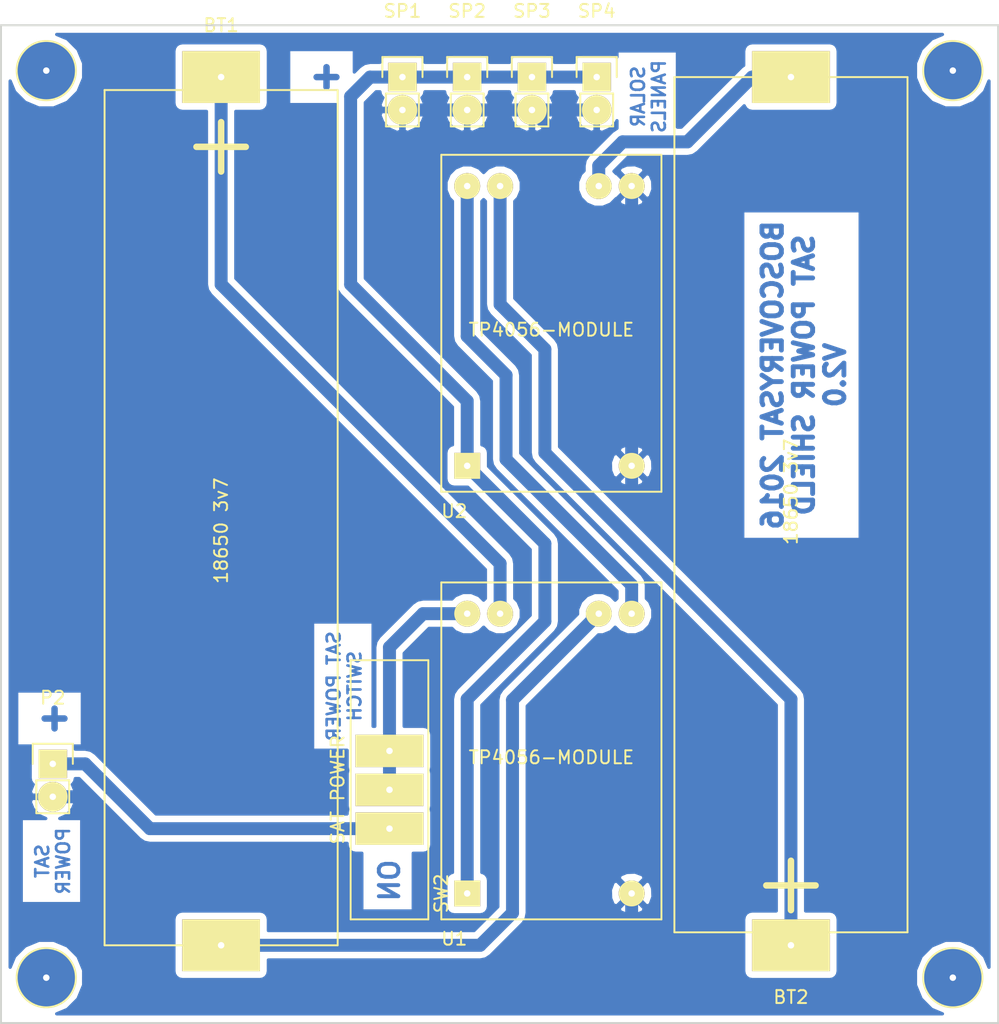
<source format=kicad_pcb>
(kicad_pcb (version 4) (host pcbnew 4.0.2+e4-6225~38~ubuntu14.04.1-stable)

  (general
    (links 20)
    (no_connects 0)
    (area 15.924999 13.675 93.075001 93.369)
    (thickness 1.6)
    (drawings 11)
    (tracks 66)
    (zones 0)
    (modules 14)
    (nets 10)
  )

  (page A4)
  (title_block
    (title "Battery Shield")
    (rev 1.0)
    (company BoscoverySAT)
  )

  (layers
    (0 F.Cu signal)
    (31 B.Cu signal)
    (32 B.Adhes user)
    (33 F.Adhes user)
    (34 B.Paste user)
    (35 F.Paste user)
    (36 B.SilkS user)
    (37 F.SilkS user)
    (38 B.Mask user)
    (39 F.Mask user)
    (40 Dwgs.User user)
    (41 Cmts.User user)
    (42 Eco1.User user)
    (43 Eco2.User user)
    (44 Edge.Cuts user)
    (45 Margin user)
    (46 B.CrtYd user)
    (47 F.CrtYd user)
    (48 B.Fab user)
    (49 F.Fab user)
  )

  (setup
    (last_trace_width 0.25)
    (trace_clearance 0.2)
    (zone_clearance 0.508)
    (zone_45_only no)
    (trace_min 0.2)
    (segment_width 0.2)
    (edge_width 0.15)
    (via_size 0.6)
    (via_drill 0.4)
    (via_min_size 0.4)
    (via_min_drill 0.3)
    (uvia_size 0.3)
    (uvia_drill 0.1)
    (uvias_allowed no)
    (uvia_min_size 0.2)
    (uvia_min_drill 0.1)
    (pcb_text_width 0.3)
    (pcb_text_size 1.5 1.5)
    (mod_edge_width 0.15)
    (mod_text_size 1 1)
    (mod_text_width 0.15)
    (pad_size 2.3 2.3)
    (pad_drill 0.5)
    (pad_to_mask_clearance 0.2)
    (aux_axis_origin 0 0)
    (visible_elements FFFFFF7F)
    (pcbplotparams
      (layerselection 0x00030_80000001)
      (usegerberextensions false)
      (excludeedgelayer true)
      (linewidth 0.100000)
      (plotframeref false)
      (viasonmask false)
      (mode 1)
      (useauxorigin false)
      (hpglpennumber 1)
      (hpglpenspeed 20)
      (hpglpendiameter 15)
      (hpglpenoverlay 2)
      (psnegative false)
      (psa4output false)
      (plotreference true)
      (plotvalue true)
      (plotinvisibletext false)
      (padsonsilk false)
      (subtractmaskfromsilk false)
      (outputformat 1)
      (mirror false)
      (drillshape 1)
      (scaleselection 1)
      (outputdirectory ""))
  )

  (net 0 "")
  (net 1 GNDREF)
  (net 2 "Net-(BT1-Pad1)")
  (net 3 "Net-(BT2-Pad1)")
  (net 4 "Net-(P2-Pad1)")
  (net 5 VCC)
  (net 6 "Net-(SW2-Pad2)")
  (net 7 "Net-(U1-Pad4)")
  (net 8 "Net-(BT1-Pad2)")
  (net 9 "Net-(BT2-Pad2)")

  (net_class Default "This is the default net class."
    (clearance 0.2)
    (trace_width 0.25)
    (via_dia 0.6)
    (via_drill 0.4)
    (uvia_dia 0.3)
    (uvia_drill 0.1)
  )

  (net_class 0.5 ""
    (clearance 0.3)
    (trace_width 0.5)
    (via_dia 0.6)
    (via_drill 0.4)
    (uvia_dia 0.3)
    (uvia_drill 0.1)
  )

  (net_class 1.5 ""
    (clearance 0.3)
    (trace_width 1.5)
    (via_dia 0.6)
    (via_drill 0.4)
    (uvia_dia 0.3)
    (uvia_drill 0.1)
  )

  (net_class Normal ""
    (clearance 0.3)
    (trace_width 1)
    (via_dia 0.6)
    (via_drill 0.4)
    (uvia_dia 0.3)
    (uvia_drill 0.1)
    (add_net GNDREF)
    (add_net "Net-(BT1-Pad1)")
    (add_net "Net-(BT1-Pad2)")
    (add_net "Net-(BT2-Pad1)")
    (add_net "Net-(BT2-Pad2)")
    (add_net "Net-(P2-Pad1)")
    (add_net "Net-(SW2-Pad2)")
    (add_net "Net-(U1-Pad4)")
    (add_net VCC)
  )

  (module BoscoverySAT:BATT-18650 (layer F.Cu) (tedit 5745F4FC) (tstamp 5745F0EE)
    (at 131 126)
    (path /574296C6)
    (fp_text reference BT1 (at 0 -71) (layer F.SilkS)
      (effects (font (size 1 1) (thickness 0.15)))
    )
    (fp_text value "18650 3v7" (at 0 -32 270) (layer F.SilkS)
      (effects (font (size 1 1) (thickness 0.15)))
    )
    (fp_line (start -2 -67) (end 2 -67) (layer F.SilkS) (width 0.15))
    (fp_text user + (at 0 -62) (layer F.SilkS)
      (effects (font (size 5 5) (thickness 0.5)))
    )
    (fp_line (start -2 -66) (end -2 -67) (layer F.SilkS) (width 0.15))
    (fp_line (start 2 -67) (end 2 -66) (layer F.SilkS) (width 0.15))
    (fp_line (start -9 0) (end -9 -66) (layer F.SilkS) (width 0.15))
    (fp_line (start -9 -66) (end 9 -66) (layer F.SilkS) (width 0.15))
    (fp_line (start 9 -66) (end 9 0) (layer F.SilkS) (width 0.15))
    (fp_line (start 9 0) (end -9 0) (layer F.SilkS) (width 0.15))
    (pad 2 thru_hole rect (at 0 0 180) (size 6 4) (drill 0.5) (layers B.Cu F.SilkS B.Mask)
      (net 8 "Net-(BT1-Pad2)"))
    (pad 1 thru_hole rect (at 0 -67 180) (size 6 4) (drill 0.5) (layers B.Cu F.SilkS B.Mask)
      (net 2 "Net-(BT1-Pad1)"))
  )

  (module BoscoverySAT:BATT-18650 (layer F.Cu) (tedit 57429844) (tstamp 5745F0FC)
    (at 175 59 180)
    (path /5745DC06)
    (fp_text reference BT2 (at 0 -71 180) (layer F.SilkS)
      (effects (font (size 1 1) (thickness 0.15)))
    )
    (fp_text value "18650 3v7" (at 0 -32 270) (layer F.SilkS)
      (effects (font (size 1 1) (thickness 0.15)))
    )
    (fp_line (start -2 -67) (end 2 -67) (layer F.SilkS) (width 0.15))
    (fp_text user + (at 0 -62 180) (layer F.SilkS)
      (effects (font (size 5 5) (thickness 0.5)))
    )
    (fp_line (start -2 -66) (end -2 -67) (layer F.SilkS) (width 0.15))
    (fp_line (start 2 -67) (end 2 -66) (layer F.SilkS) (width 0.15))
    (fp_line (start -9 0) (end -9 -66) (layer F.SilkS) (width 0.15))
    (fp_line (start -9 -66) (end 9 -66) (layer F.SilkS) (width 0.15))
    (fp_line (start 9 -66) (end 9 0) (layer F.SilkS) (width 0.15))
    (fp_line (start 9 0) (end -9 0) (layer F.SilkS) (width 0.15))
    (pad 2 thru_hole rect (at 0 0) (size 6 4) (drill 0.5) (layers B.Cu F.SilkS B.Mask)
      (net 9 "Net-(BT2-Pad2)"))
    (pad 1 thru_hole rect (at 0 -67) (size 6 4) (drill 0.5) (layers B.Cu F.SilkS B.Mask)
      (net 3 "Net-(BT2-Pad1)"))
  )

  (module Pin_Headers:Pin_Header_Straight_1x02 (layer F.Cu) (tedit 5745F316) (tstamp 5745F11E)
    (at 118 112)
    (descr "Through hole pin header")
    (tags "pin header")
    (path /5745DE37)
    (fp_text reference P2 (at 0 -5.1) (layer F.SilkS)
      (effects (font (size 1 1) (thickness 0.15)))
    )
    (fp_text value POWER (at 0 -3.1) (layer F.Fab)
      (effects (font (size 1 1) (thickness 0.15)))
    )
    (fp_line (start 1.27 1.27) (end 1.27 3.81) (layer F.SilkS) (width 0.15))
    (fp_line (start 1.55 -1.55) (end 1.55 0) (layer F.SilkS) (width 0.15))
    (fp_line (start -1.75 -1.75) (end -1.75 4.3) (layer F.CrtYd) (width 0.05))
    (fp_line (start 1.75 -1.75) (end 1.75 4.3) (layer F.CrtYd) (width 0.05))
    (fp_line (start -1.75 -1.75) (end 1.75 -1.75) (layer F.CrtYd) (width 0.05))
    (fp_line (start -1.75 4.3) (end 1.75 4.3) (layer F.CrtYd) (width 0.05))
    (fp_line (start 1.27 1.27) (end -1.27 1.27) (layer F.SilkS) (width 0.15))
    (fp_line (start -1.55 0) (end -1.55 -1.55) (layer F.SilkS) (width 0.15))
    (fp_line (start -1.55 -1.55) (end 1.55 -1.55) (layer F.SilkS) (width 0.15))
    (fp_line (start -1.27 1.27) (end -1.27 3.81) (layer F.SilkS) (width 0.15))
    (fp_line (start -1.27 3.81) (end 1.27 3.81) (layer F.SilkS) (width 0.15))
    (pad 1 thru_hole rect (at 0 0) (size 2.2 2.2) (drill 0.5) (layers *.Cu *.Mask F.SilkS)
      (net 4 "Net-(P2-Pad1)"))
    (pad 2 thru_hole oval (at 0 2.54) (size 2.3 2.3) (drill 0.5) (layers *.Cu *.Mask F.SilkS)
      (net 1 GNDREF))
    (model Pin_Headers.3dshapes/Pin_Header_Straight_1x02.wrl
      (at (xyz 0 -0.05 0))
      (scale (xyz 1 1 1))
      (rotate (xyz 0 0 90))
    )
  )

  (module Pin_Headers:Pin_Header_Straight_1x02 (layer F.Cu) (tedit 5745F32F) (tstamp 5745F12F)
    (at 145 59)
    (descr "Through hole pin header")
    (tags "pin header")
    (path /5745DA88)
    (fp_text reference SP1 (at 0 -5.1) (layer F.SilkS)
      (effects (font (size 1 1) (thickness 0.15)))
    )
    (fp_text value Solar_Panel (at 0 -3.1) (layer F.Fab)
      (effects (font (size 1 1) (thickness 0.15)))
    )
    (fp_line (start 1.27 1.27) (end 1.27 3.81) (layer F.SilkS) (width 0.15))
    (fp_line (start 1.55 -1.55) (end 1.55 0) (layer F.SilkS) (width 0.15))
    (fp_line (start -1.75 -1.75) (end -1.75 4.3) (layer F.CrtYd) (width 0.05))
    (fp_line (start 1.75 -1.75) (end 1.75 4.3) (layer F.CrtYd) (width 0.05))
    (fp_line (start -1.75 -1.75) (end 1.75 -1.75) (layer F.CrtYd) (width 0.05))
    (fp_line (start -1.75 4.3) (end 1.75 4.3) (layer F.CrtYd) (width 0.05))
    (fp_line (start 1.27 1.27) (end -1.27 1.27) (layer F.SilkS) (width 0.15))
    (fp_line (start -1.55 0) (end -1.55 -1.55) (layer F.SilkS) (width 0.15))
    (fp_line (start -1.55 -1.55) (end 1.55 -1.55) (layer F.SilkS) (width 0.15))
    (fp_line (start -1.27 1.27) (end -1.27 3.81) (layer F.SilkS) (width 0.15))
    (fp_line (start -1.27 3.81) (end 1.27 3.81) (layer F.SilkS) (width 0.15))
    (pad 1 thru_hole rect (at 0 0) (size 2.2 2.2) (drill 0.5) (layers *.Cu *.Mask F.SilkS)
      (net 5 VCC))
    (pad 2 thru_hole oval (at 0 2.54) (size 2.3 2.3) (drill 0.5) (layers *.Cu *.Mask F.SilkS)
      (net 1 GNDREF))
    (model Pin_Headers.3dshapes/Pin_Header_Straight_1x02.wrl
      (at (xyz 0 -0.05 0))
      (scale (xyz 1 1 1))
      (rotate (xyz 0 0 90))
    )
  )

  (module Pin_Headers:Pin_Header_Straight_1x02 (layer F.Cu) (tedit 5745F2F9) (tstamp 5745F140)
    (at 150 59)
    (descr "Through hole pin header")
    (tags "pin header")
    (path /5745DA46)
    (fp_text reference SP2 (at 0 -5.1) (layer F.SilkS)
      (effects (font (size 1 1) (thickness 0.15)))
    )
    (fp_text value Solar_Panel (at 0 -3.1) (layer F.Fab)
      (effects (font (size 1 1) (thickness 0.15)))
    )
    (fp_line (start 1.27 1.27) (end 1.27 3.81) (layer F.SilkS) (width 0.15))
    (fp_line (start 1.55 -1.55) (end 1.55 0) (layer F.SilkS) (width 0.15))
    (fp_line (start -1.75 -1.75) (end -1.75 4.3) (layer F.CrtYd) (width 0.05))
    (fp_line (start 1.75 -1.75) (end 1.75 4.3) (layer F.CrtYd) (width 0.05))
    (fp_line (start -1.75 -1.75) (end 1.75 -1.75) (layer F.CrtYd) (width 0.05))
    (fp_line (start -1.75 4.3) (end 1.75 4.3) (layer F.CrtYd) (width 0.05))
    (fp_line (start 1.27 1.27) (end -1.27 1.27) (layer F.SilkS) (width 0.15))
    (fp_line (start -1.55 0) (end -1.55 -1.55) (layer F.SilkS) (width 0.15))
    (fp_line (start -1.55 -1.55) (end 1.55 -1.55) (layer F.SilkS) (width 0.15))
    (fp_line (start -1.27 1.27) (end -1.27 3.81) (layer F.SilkS) (width 0.15))
    (fp_line (start -1.27 3.81) (end 1.27 3.81) (layer F.SilkS) (width 0.15))
    (pad 1 thru_hole rect (at 0 0) (size 2.2 2.2) (drill 0.5) (layers *.Cu *.Mask F.SilkS)
      (net 5 VCC))
    (pad 2 thru_hole oval (at 0 2.54) (size 2.3 2.3) (drill 0.5) (layers *.Cu *.Mask F.SilkS)
      (net 1 GNDREF))
    (model Pin_Headers.3dshapes/Pin_Header_Straight_1x02.wrl
      (at (xyz 0 -0.05 0))
      (scale (xyz 1 1 1))
      (rotate (xyz 0 0 90))
    )
  )

  (module Pin_Headers:Pin_Header_Straight_1x02 (layer F.Cu) (tedit 5745F2D4) (tstamp 5745F151)
    (at 155 59)
    (descr "Through hole pin header")
    (tags "pin header")
    (path /5745DA07)
    (fp_text reference SP3 (at 0 -5.1) (layer F.SilkS)
      (effects (font (size 1 1) (thickness 0.15)))
    )
    (fp_text value Solar_Panel (at 0 -3.1) (layer F.Fab)
      (effects (font (size 1 1) (thickness 0.15)))
    )
    (fp_line (start 1.27 1.27) (end 1.27 3.81) (layer F.SilkS) (width 0.15))
    (fp_line (start 1.55 -1.55) (end 1.55 0) (layer F.SilkS) (width 0.15))
    (fp_line (start -1.75 -1.75) (end -1.75 4.3) (layer F.CrtYd) (width 0.05))
    (fp_line (start 1.75 -1.75) (end 1.75 4.3) (layer F.CrtYd) (width 0.05))
    (fp_line (start -1.75 -1.75) (end 1.75 -1.75) (layer F.CrtYd) (width 0.05))
    (fp_line (start -1.75 4.3) (end 1.75 4.3) (layer F.CrtYd) (width 0.05))
    (fp_line (start 1.27 1.27) (end -1.27 1.27) (layer F.SilkS) (width 0.15))
    (fp_line (start -1.55 0) (end -1.55 -1.55) (layer F.SilkS) (width 0.15))
    (fp_line (start -1.55 -1.55) (end 1.55 -1.55) (layer F.SilkS) (width 0.15))
    (fp_line (start -1.27 1.27) (end -1.27 3.81) (layer F.SilkS) (width 0.15))
    (fp_line (start -1.27 3.81) (end 1.27 3.81) (layer F.SilkS) (width 0.15))
    (pad 1 thru_hole rect (at 0 0) (size 2.2 2.2) (drill 0.5) (layers *.Cu *.Mask F.SilkS)
      (net 5 VCC))
    (pad 2 thru_hole oval (at 0 2.54) (size 2.3 2.3) (drill 0.5) (layers *.Cu *.Mask F.SilkS)
      (net 1 GNDREF))
    (model Pin_Headers.3dshapes/Pin_Header_Straight_1x02.wrl
      (at (xyz 0 -0.05 0))
      (scale (xyz 1 1 1))
      (rotate (xyz 0 0 90))
    )
  )

  (module Pin_Headers:Pin_Header_Straight_1x02 (layer F.Cu) (tedit 5745F2C1) (tstamp 5745F162)
    (at 160 59)
    (descr "Through hole pin header")
    (tags "pin header")
    (path /5745D773)
    (fp_text reference SP4 (at 0 -5.1) (layer F.SilkS)
      (effects (font (size 1 1) (thickness 0.15)))
    )
    (fp_text value Solar_Panel (at 0 -3.1) (layer F.Fab)
      (effects (font (size 1 1) (thickness 0.15)))
    )
    (fp_line (start 1.27 1.27) (end 1.27 3.81) (layer F.SilkS) (width 0.15))
    (fp_line (start 1.55 -1.55) (end 1.55 0) (layer F.SilkS) (width 0.15))
    (fp_line (start -1.75 -1.75) (end -1.75 4.3) (layer F.CrtYd) (width 0.05))
    (fp_line (start 1.75 -1.75) (end 1.75 4.3) (layer F.CrtYd) (width 0.05))
    (fp_line (start -1.75 -1.75) (end 1.75 -1.75) (layer F.CrtYd) (width 0.05))
    (fp_line (start -1.75 4.3) (end 1.75 4.3) (layer F.CrtYd) (width 0.05))
    (fp_line (start 1.27 1.27) (end -1.27 1.27) (layer F.SilkS) (width 0.15))
    (fp_line (start -1.55 0) (end -1.55 -1.55) (layer F.SilkS) (width 0.15))
    (fp_line (start -1.55 -1.55) (end 1.55 -1.55) (layer F.SilkS) (width 0.15))
    (fp_line (start -1.27 1.27) (end -1.27 3.81) (layer F.SilkS) (width 0.15))
    (fp_line (start -1.27 3.81) (end 1.27 3.81) (layer F.SilkS) (width 0.15))
    (pad 1 thru_hole rect (at 0 0) (size 2.2 2.2) (drill 0.5) (layers *.Cu *.Mask F.SilkS)
      (net 5 VCC))
    (pad 2 thru_hole oval (at 0 2.54) (size 2.3 2.3) (drill 0.5) (layers *.Cu *.Mask F.SilkS)
      (net 1 GNDREF))
    (model Pin_Headers.3dshapes/Pin_Header_Straight_1x02.wrl
      (at (xyz 0 -0.05 0))
      (scale (xyz 1 1 1))
      (rotate (xyz 0 0 90))
    )
  )

  (module BoscoverySAT:SWITCH-1CIR-2CON (layer F.Cu) (tedit 57434D9F) (tstamp 5745F17A)
    (at 144 117 90)
    (path /5745D437)
    (fp_text reference SW2 (at -5 4 90) (layer F.SilkS)
      (effects (font (size 1 1) (thickness 0.15)))
    )
    (fp_text value "SAT POWER" (at 3 -4 90) (layer F.SilkS)
      (effects (font (size 1 1) (thickness 0.15)))
    )
    (fp_line (start -7 3) (end -7 -3) (layer F.SilkS) (width 0.15))
    (fp_line (start -7 -3) (end 13 -3) (layer F.SilkS) (width 0.15))
    (fp_line (start 13 -3) (end 13 3) (layer F.SilkS) (width 0.15))
    (fp_line (start 13 3) (end 3 3) (layer F.SilkS) (width 0.15))
    (fp_line (start 3 3) (end -7 3) (layer F.SilkS) (width 0.15))
    (pad 1 thru_hole rect (at 0 0 90) (size 2.5 5.25) (drill 0.5) (layers B.Cu F.SilkS B.Mask)
      (net 4 "Net-(P2-Pad1)"))
    (pad 2 thru_hole rect (at 3 0 90) (size 2.5 5.25) (drill 0.5) (layers B.Cu F.SilkS B.Mask)
      (net 6 "Net-(SW2-Pad2)"))
    (pad 3 thru_hole rect (at 6 0 90) (size 2.5 5.25) (drill 0.5) (layers B.Cu F.SilkS B.Mask)
      (net 6 "Net-(SW2-Pad2)"))
  )

  (module BoscoverySAT:TP4056-MODULE (layer F.Cu) (tedit 57429320) (tstamp 5745F188)
    (at 150 122)
    (path /57428B28)
    (fp_text reference U1 (at -1 3.5) (layer F.SilkS)
      (effects (font (size 1 1) (thickness 0.15)))
    )
    (fp_text value TP4056-MODULE (at 6.5 -10.5) (layer F.SilkS)
      (effects (font (size 1 1) (thickness 0.15)))
    )
    (fp_line (start 15 2) (end -2 2) (layer F.SilkS) (width 0.15))
    (fp_line (start -2 2) (end -2 -24) (layer F.SilkS) (width 0.15))
    (fp_line (start -2 -24) (end 15 -24) (layer F.SilkS) (width 0.15))
    (fp_line (start 15 -24) (end 15 2) (layer F.SilkS) (width 0.15))
    (pad 4 thru_hole circle (at 12.7 -21.59 180) (size 2 2) (drill 0.5) (layers B.Cu F.SilkS B.Mask)
      (net 7 "Net-(U1-Pad4)"))
    (pad 6 thru_hole circle (at 10.16 -21.59 180) (size 2 2) (drill 0.5) (layers B.Cu F.SilkS B.Mask)
      (net 8 "Net-(BT1-Pad2)"))
    (pad 5 thru_hole circle (at 2.54 -21.59 180) (size 2 2) (drill 0.5) (layers B.Cu F.SilkS B.Mask)
      (net 2 "Net-(BT1-Pad1)"))
    (pad 3 thru_hole circle (at 0 -21.59 180) (size 2 2) (drill 0.5) (layers B.Cu F.SilkS B.Mask)
      (net 6 "Net-(SW2-Pad2)"))
    (pad 2 thru_hole circle (at 12.7 0 180) (size 2 2) (drill 0.5) (layers B.Cu F.SilkS B.Mask)
      (net 1 GNDREF))
    (pad 1 thru_hole rect (at 0 0 180) (size 2 2) (drill 0.5) (layers B.Cu F.SilkS B.Mask)
      (net 5 VCC))
  )

  (module BoscoverySAT:TP4056-MODULE (layer F.Cu) (tedit 57429320) (tstamp 5745F196)
    (at 150 89)
    (path /5745D8F4)
    (fp_text reference U2 (at -1 3.5) (layer F.SilkS)
      (effects (font (size 1 1) (thickness 0.15)))
    )
    (fp_text value TP4056-MODULE (at 6.5 -10.5) (layer F.SilkS)
      (effects (font (size 1 1) (thickness 0.15)))
    )
    (fp_line (start 15 2) (end -2 2) (layer F.SilkS) (width 0.15))
    (fp_line (start -2 2) (end -2 -24) (layer F.SilkS) (width 0.15))
    (fp_line (start -2 -24) (end 15 -24) (layer F.SilkS) (width 0.15))
    (fp_line (start 15 -24) (end 15 2) (layer F.SilkS) (width 0.15))
    (pad 4 thru_hole circle (at 12.7 -21.59 180) (size 2 2) (drill 0.5) (layers B.Cu F.SilkS B.Mask)
      (net 1 GNDREF))
    (pad 6 thru_hole circle (at 10.16 -21.59 180) (size 2 2) (drill 0.5) (layers B.Cu F.SilkS B.Mask)
      (net 9 "Net-(BT2-Pad2)"))
    (pad 5 thru_hole circle (at 2.54 -21.59 180) (size 2 2) (drill 0.5) (layers B.Cu F.SilkS B.Mask)
      (net 3 "Net-(BT2-Pad1)"))
    (pad 3 thru_hole circle (at 0 -21.59 180) (size 2 2) (drill 0.5) (layers B.Cu F.SilkS B.Mask)
      (net 7 "Net-(U1-Pad4)"))
    (pad 2 thru_hole circle (at 12.7 0 180) (size 2 2) (drill 0.5) (layers B.Cu F.SilkS B.Mask)
      (net 1 GNDREF))
    (pad 1 thru_hole rect (at 0 0 180) (size 2 2) (drill 0.5) (layers B.Cu F.SilkS B.Mask)
      (net 5 VCC))
  )

  (module Connect:1pin (layer F.Cu) (tedit 5745F181) (tstamp 5745F218)
    (at 117.5 58.5)
    (descr "module 1 pin (ou trou mecanique de percage)")
    (tags DEV)
    (fp_text reference REF** (at 0 -3.048) (layer F.SilkS) hide
      (effects (font (size 1 1) (thickness 0.15)))
    )
    (fp_text value 1pin (at 0 2.794) (layer F.Fab) hide
      (effects (font (size 1 1) (thickness 0.15)))
    )
    (fp_circle (center 0 0) (end 0 -2.286) (layer F.SilkS) (width 0.15))
    (pad 1 thru_hole circle (at 0 0) (size 4.5 4.5) (drill 0.5) (layers B.Cu))
  )

  (module Connect:1pin (layer F.Cu) (tedit 5745F1AB) (tstamp 5745F21E)
    (at 117.5 128.5)
    (descr "module 1 pin (ou trou mecanique de percage)")
    (tags DEV)
    (fp_text reference REF** (at 0 -3.048) (layer F.SilkS) hide
      (effects (font (size 1 1) (thickness 0.15)))
    )
    (fp_text value 1pin (at 0 2.794) (layer F.Fab) hide
      (effects (font (size 1 1) (thickness 0.15)))
    )
    (fp_circle (center 0 0) (end 0 -2.286) (layer F.SilkS) (width 0.15))
    (pad 1 thru_hole circle (at 0 0) (size 4.5 4.5) (drill 0.5) (layers B.Cu))
  )

  (module Connect:1pin (layer F.Cu) (tedit 5745F1EE) (tstamp 5745F224)
    (at 187.5 58.5)
    (descr "module 1 pin (ou trou mecanique de percage)")
    (tags DEV)
    (fp_text reference REF** (at 0 -3.048) (layer F.SilkS) hide
      (effects (font (size 1 1) (thickness 0.15)))
    )
    (fp_text value 1pin (at 0 2.794) (layer F.Fab) hide
      (effects (font (size 1 1) (thickness 0.15)))
    )
    (fp_circle (center 0 0) (end 0 -2.286) (layer F.SilkS) (width 0.15))
    (pad 1 thru_hole circle (at 0 0) (size 4.5 4.5) (drill 0.5) (layers B.Cu))
  )

  (module Connect:1pin (layer F.Cu) (tedit 5745F1CE) (tstamp 5745F22A)
    (at 187.5 128.5)
    (descr "module 1 pin (ou trou mecanique de percage)")
    (tags DEV)
    (fp_text reference REF** (at 0 -3.048) (layer F.SilkS) hide
      (effects (font (size 1 1) (thickness 0.15)))
    )
    (fp_text value 1pin (at 0 2.794) (layer F.Fab) hide
      (effects (font (size 1 1) (thickness 0.15)))
    )
    (fp_circle (center 0 0) (end 0 -2.286) (layer F.SilkS) (width 0.15))
    (pad 1 thru_hole circle (at 0 0) (size 4.5 4.5) (drill 0.5) (layers B.Cu))
  )

  (gr_text ON (at 144 121 90) (layer B.Cu)
    (effects (font (size 1.5 1.5) (thickness 0.3)) (justify mirror))
  )
  (gr_text "SAT POWER\nSWITCH" (at 140.5 106 90) (layer B.Cu)
    (effects (font (size 1 1) (thickness 0.2)) (justify mirror))
  )
  (gr_text + (at 118 108.5 90) (layer B.Cu)
    (effects (font (size 2 2) (thickness 0.5)) (justify mirror))
  )
  (gr_text "SAT\nPOWER" (at 118 119.5 90) (layer B.Cu)
    (effects (font (size 1 1) (thickness 0.2)) (justify mirror))
  )
  (gr_text + (at 139 59 90) (layer B.Cu)
    (effects (font (size 2 2) (thickness 0.5)) (justify mirror))
  )
  (gr_text "SOLAR\nPANELS" (at 164 60.5 90) (layer B.Cu)
    (effects (font (size 1 1) (thickness 0.2)) (justify mirror))
  )
  (gr_text "BOSCOVERYSAT 2016\nSAT POWER SHIELD\nV2.0" (at 176 82 90) (layer B.Cu)
    (effects (font (size 1.5 1.5) (thickness 0.375)) (justify mirror))
  )
  (gr_line (start 114 132) (end 114 55) (angle 90) (layer Edge.Cuts) (width 0.15))
  (gr_line (start 191 132) (end 114 132) (angle 90) (layer Edge.Cuts) (width 0.15))
  (gr_line (start 191 55) (end 191 132) (angle 90) (layer Edge.Cuts) (width 0.15))
  (gr_line (start 114 55) (end 191 55) (angle 90) (layer Edge.Cuts) (width 0.15))

  (segment (start 162.7 89) (end 162.7 91.2) (width 1) (layer B.Cu) (net 1))
  (segment (start 166.4 130) (end 162.7 126.3) (width 1) (layer B.Cu) (net 1) (tstamp 57461453))
  (segment (start 179 130) (end 166.4 130) (width 1) (layer B.Cu) (net 1) (tstamp 57461450))
  (segment (start 180.5 128.5) (end 179 130) (width 1) (layer B.Cu) (net 1) (tstamp 57461442))
  (segment (start 180.5 109) (end 180.5 128.5) (width 1) (layer B.Cu) (net 1) (tstamp 5746143D))
  (segment (start 162.7 91.2) (end 180.5 109) (width 1) (layer B.Cu) (net 1) (tstamp 57461431))
  (segment (start 162.7 89) (end 162.7 71.7) (width 1) (layer B.Cu) (net 1))
  (segment (start 162.7 71.7) (end 161.5 70.5) (width 1) (layer B.Cu) (net 1) (tstamp 5746141C))
  (segment (start 159 130) (end 162.7 126.3) (width 1) (layer B.Cu) (net 1) (tstamp 574613F0))
  (segment (start 162.7 126.3) (end 162.7 122) (width 1) (layer B.Cu) (net 1) (tstamp 574613F4))
  (segment (start 162.7 67.41) (end 162.7 69.3) (width 1) (layer B.Cu) (net 1))
  (segment (start 161.5 70.5) (end 158 70.5) (width 1) (layer B.Cu) (net 1) (tstamp 5746111F))
  (segment (start 162.7 69.3) (end 161.5 70.5) (width 1) (layer B.Cu) (net 1) (tstamp 5746111D))
  (segment (start 118 114.54) (end 120.54 114.54) (width 1) (layer B.Cu) (net 1))
  (segment (start 120.54 114.54) (end 124 118) (width 1) (layer B.Cu) (net 1) (tstamp 574613C5))
  (segment (start 124 118) (end 124 128.5) (width 1) (layer B.Cu) (net 1) (tstamp 574613DF))
  (segment (start 124 128.5) (end 125.5 130) (width 1) (layer B.Cu) (net 1) (tstamp 574613E2))
  (segment (start 125.5 130) (end 159 130) (width 1) (layer B.Cu) (net 1) (tstamp 574613E9))
  (segment (start 157 63.54) (end 155 61.54) (width 1) (layer B.Cu) (net 1) (tstamp 5746112A))
  (segment (start 157 69.5) (end 157 63.54) (width 1) (layer B.Cu) (net 1) (tstamp 57461127))
  (segment (start 158 70.5) (end 157 69.5) (width 1) (layer B.Cu) (net 1) (tstamp 57461121))
  (segment (start 145 61.54) (end 150 61.54) (width 1) (layer B.Cu) (net 1))
  (segment (start 150 61.54) (end 155 61.54) (width 1) (layer B.Cu) (net 1) (tstamp 57460957))
  (segment (start 155 61.54) (end 160 61.54) (width 1) (layer B.Cu) (net 1) (tstamp 5746095B))
  (segment (start 131 59) (end 131 75) (width 1) (layer B.Cu) (net 2))
  (segment (start 152.54 96.54) (end 152.54 100.41) (width 1) (layer B.Cu) (net 2) (tstamp 57461D59))
  (segment (start 131 75) (end 152.54 96.54) (width 1) (layer B.Cu) (net 2) (tstamp 57461D52))
  (segment (start 152.54 67.41) (end 152.54 76.54) (width 1) (layer B.Cu) (net 3))
  (segment (start 175 107) (end 175 125) (width 1) (layer B.Cu) (net 3) (tstamp 57461357))
  (segment (start 156 88) (end 175 107) (width 1) (layer B.Cu) (net 3) (tstamp 5746133F))
  (segment (start 156 80) (end 156 88) (width 1) (layer B.Cu) (net 3) (tstamp 57461336))
  (segment (start 152.54 76.54) (end 156 80) (width 1) (layer B.Cu) (net 3) (tstamp 57461334))
  (segment (start 118 112) (end 120.5 112) (width 1) (layer B.Cu) (net 4))
  (segment (start 120.5 112) (end 125.5 117) (width 1) (layer B.Cu) (net 4) (tstamp 574613FF))
  (segment (start 125.5 117) (end 144 117) (width 1) (layer B.Cu) (net 4) (tstamp 57461405))
  (segment (start 150 89) (end 150 84) (width 1) (layer B.Cu) (net 5))
  (segment (start 142.5 59) (end 145 59) (width 1) (layer B.Cu) (net 5) (tstamp 574612BE))
  (segment (start 141 60.5) (end 142.5 59) (width 1) (layer B.Cu) (net 5) (tstamp 574612BD))
  (segment (start 141 75) (end 141 60.5) (width 1) (layer B.Cu) (net 5) (tstamp 574612BA))
  (segment (start 150 84) (end 141 75) (width 1) (layer B.Cu) (net 5) (tstamp 574612B5))
  (segment (start 150 122) (end 150 107) (width 1) (layer B.Cu) (net 5))
  (segment (start 150 89) (end 150 89) (width 1) (layer B.Cu) (net 5) (tstamp 574610A4))
  (segment (start 156 95) (end 150 89) (width 1) (layer B.Cu) (net 5) (tstamp 5746109A))
  (segment (start 156 101) (end 156 95) (width 1) (layer B.Cu) (net 5) (tstamp 57461097))
  (segment (start 150 107) (end 156 101) (width 1) (layer B.Cu) (net 5) (tstamp 5746108A))
  (segment (start 160 59) (end 155 59) (width 1) (layer B.Cu) (net 5))
  (segment (start 155 59) (end 150 59) (width 1) (layer B.Cu) (net 5) (tstamp 57460966))
  (segment (start 150 59) (end 145 59) (width 1) (layer B.Cu) (net 5) (tstamp 5746096F))
  (segment (start 144 114) (end 144 111) (width 1) (layer B.Cu) (net 6))
  (segment (start 144 111) (end 144 103) (width 1) (layer B.Cu) (net 6) (tstamp 57460E55))
  (segment (start 144 103) (end 146.59 100.41) (width 1) (layer B.Cu) (net 6) (tstamp 57460E56))
  (segment (start 146.59 100.41) (end 150 100.41) (width 1) (layer B.Cu) (net 6) (tstamp 57460E59))
  (segment (start 162.7 100.41) (end 162.7 98.2) (width 1) (layer B.Cu) (net 7))
  (segment (start 150 79) (end 150 67.41) (width 1) (layer B.Cu) (net 7) (tstamp 5746131F))
  (segment (start 153 82) (end 150 79) (width 1) (layer B.Cu) (net 7) (tstamp 5746131D))
  (segment (start 153 88.5) (end 153 82) (width 1) (layer B.Cu) (net 7) (tstamp 57461316))
  (segment (start 162.7 98.2) (end 153 88.5) (width 1) (layer B.Cu) (net 7) (tstamp 5746130C))
  (segment (start 130.5 126) (end 151 126) (width 1) (layer B.Cu) (net 8))
  (segment (start 153.5 107.07) (end 160.16 100.41) (width 1) (layer B.Cu) (net 8) (tstamp 57461588))
  (segment (start 153.5 123.5) (end 153.5 107.07) (width 1) (layer B.Cu) (net 8) (tstamp 57461583))
  (segment (start 151 126) (end 153.5 123.5) (width 1) (layer B.Cu) (net 8) (tstamp 57461575))
  (segment (start 175 59) (end 172 59) (width 1) (layer B.Cu) (net 9))
  (segment (start 172 59) (end 167 64) (width 1) (layer B.Cu) (net 9) (tstamp 57461CE0))
  (segment (start 167 64) (end 162 64) (width 1) (layer B.Cu) (net 9) (tstamp 57461CE6))
  (segment (start 162 64) (end 160.16 65.84) (width 1) (layer B.Cu) (net 9) (tstamp 57461CE9))
  (segment (start 160.16 65.84) (end 160.16 67.41) (width 1) (layer B.Cu) (net 9) (tstamp 57461CEA))

  (zone (net 1) (net_name GNDREF) (layer B.Cu) (tstamp 57461E24) (hatch none 0.508)
    (connect_pads (clearance 0.508))
    (min_thickness 0.254)
    (fill yes (arc_segments 16) (thermal_gap 0.508) (thermal_bridge_width 0.508))
    (polygon
      (pts
        (xy 114 132) (xy 114 55) (xy 191 55) (xy 191 132)
      )
    )
    (filled_polygon
      (pts
        (xy 185.867914 56.05279) (xy 185.055643 56.863645) (xy 184.615502 57.92362) (xy 184.614501 59.071344) (xy 185.05279 60.132086)
        (xy 185.863645 60.944357) (xy 186.92362 61.384498) (xy 188.071344 61.385499) (xy 189.132086 60.94721) (xy 189.944357 60.136355)
        (xy 190.29 59.303956) (xy 190.29 127.69753) (xy 189.94721 126.867914) (xy 189.136355 126.055643) (xy 188.07638 125.615502)
        (xy 186.928656 125.614501) (xy 185.867914 126.05279) (xy 185.055643 126.863645) (xy 184.615502 127.92362) (xy 184.614501 129.071344)
        (xy 185.05279 130.132086) (xy 185.863645 130.944357) (xy 186.696044 131.29) (xy 118.30247 131.29) (xy 119.132086 130.94721)
        (xy 119.944357 130.136355) (xy 120.384498 129.07638) (xy 120.385499 127.928656) (xy 119.94721 126.867914) (xy 119.136355 126.055643)
        (xy 118.07638 125.615502) (xy 116.928656 125.614501) (xy 115.867914 126.05279) (xy 115.055643 126.863645) (xy 114.71 127.696044)
        (xy 114.71 124) (xy 127.35256 124) (xy 127.35256 128) (xy 127.396838 128.235317) (xy 127.53591 128.451441)
        (xy 127.74811 128.596431) (xy 128 128.64744) (xy 134 128.64744) (xy 134.235317 128.603162) (xy 134.451441 128.46409)
        (xy 134.596431 128.25189) (xy 134.64744 128) (xy 134.64744 127.135) (xy 151 127.135) (xy 151.434346 127.048603)
        (xy 151.802566 126.802566) (xy 154.302566 124.302566) (xy 154.504734 124) (xy 154.548603 123.934346) (xy 154.635 123.5)
        (xy 154.635 123.152532) (xy 161.727073 123.152532) (xy 161.825736 123.419387) (xy 162.435461 123.645908) (xy 163.08546 123.621856)
        (xy 163.574264 123.419387) (xy 163.672927 123.152532) (xy 162.7 122.179605) (xy 161.727073 123.152532) (xy 154.635 123.152532)
        (xy 154.635 121.735461) (xy 161.054092 121.735461) (xy 161.078144 122.38546) (xy 161.280613 122.874264) (xy 161.547468 122.972927)
        (xy 162.520395 122) (xy 162.879605 122) (xy 163.852532 122.972927) (xy 164.119387 122.874264) (xy 164.345908 122.264539)
        (xy 164.321856 121.61454) (xy 164.119387 121.125736) (xy 163.852532 121.027073) (xy 162.879605 122) (xy 162.520395 122)
        (xy 161.547468 121.027073) (xy 161.280613 121.125736) (xy 161.054092 121.735461) (xy 154.635 121.735461) (xy 154.635 120.847468)
        (xy 161.727073 120.847468) (xy 162.7 121.820395) (xy 163.672927 120.847468) (xy 163.574264 120.580613) (xy 162.964539 120.354092)
        (xy 162.31454 120.378144) (xy 161.825736 120.580613) (xy 161.727073 120.847468) (xy 154.635 120.847468) (xy 154.635 107.540132)
        (xy 160.130157 102.044975) (xy 160.483795 102.045284) (xy 161.084943 101.796894) (xy 161.430199 101.452241) (xy 161.772637 101.795278)
        (xy 162.373352 102.044716) (xy 163.023795 102.045284) (xy 163.624943 101.796894) (xy 164.085278 101.337363) (xy 164.334716 100.736648)
        (xy 164.335284 100.086205) (xy 164.086894 99.485057) (xy 163.835 99.232722) (xy 163.835 98.2) (xy 163.748604 97.765655)
        (xy 163.502567 97.397434) (xy 154.135 88.029868) (xy 154.135 82) (xy 154.048604 81.565655) (xy 153.802566 81.197434)
        (xy 151.135 78.529868) (xy 151.135 68.587204) (xy 151.270199 68.452241) (xy 151.405 68.587278) (xy 151.405 76.54)
        (xy 151.491397 76.974346) (xy 151.737434 77.342566) (xy 154.865 80.470132) (xy 154.865 88) (xy 154.951397 88.434346)
        (xy 155.039135 88.565655) (xy 155.197434 88.802566) (xy 173.865 107.470132) (xy 173.865 123.35256) (xy 172 123.35256)
        (xy 171.764683 123.396838) (xy 171.548559 123.53591) (xy 171.403569 123.74811) (xy 171.35256 124) (xy 171.35256 128)
        (xy 171.396838 128.235317) (xy 171.53591 128.451441) (xy 171.74811 128.596431) (xy 172 128.64744) (xy 178 128.64744)
        (xy 178.235317 128.603162) (xy 178.451441 128.46409) (xy 178.596431 128.25189) (xy 178.64744 128) (xy 178.64744 124)
        (xy 178.603162 123.764683) (xy 178.46409 123.548559) (xy 178.25189 123.403569) (xy 178 123.35256) (xy 176.135 123.35256)
        (xy 176.135 107) (xy 176.048604 106.565655) (xy 175.802566 106.197434) (xy 159.757664 90.152532) (xy 161.727073 90.152532)
        (xy 161.825736 90.419387) (xy 162.435461 90.645908) (xy 163.08546 90.621856) (xy 163.574264 90.419387) (xy 163.672927 90.152532)
        (xy 162.7 89.179605) (xy 161.727073 90.152532) (xy 159.757664 90.152532) (xy 158.340593 88.735461) (xy 161.054092 88.735461)
        (xy 161.078144 89.38546) (xy 161.280613 89.874264) (xy 161.547468 89.972927) (xy 162.520395 89) (xy 162.879605 89)
        (xy 163.852532 89.972927) (xy 164.119387 89.874264) (xy 164.345908 89.264539) (xy 164.321856 88.61454) (xy 164.119387 88.125736)
        (xy 163.852532 88.027073) (xy 162.879605 89) (xy 162.520395 89) (xy 161.547468 88.027073) (xy 161.280613 88.125736)
        (xy 161.054092 88.735461) (xy 158.340593 88.735461) (xy 157.4526 87.847468) (xy 161.727073 87.847468) (xy 162.7 88.820395)
        (xy 163.672927 87.847468) (xy 163.574264 87.580613) (xy 162.964539 87.354092) (xy 162.31454 87.378144) (xy 161.825736 87.580613)
        (xy 161.727073 87.847468) (xy 157.4526 87.847468) (xy 157.135 87.529868) (xy 157.135 80) (xy 157.048603 79.565654)
        (xy 156.802566 79.197434) (xy 153.675 76.069868) (xy 153.675 69.320358) (xy 171.2775 69.320358) (xy 171.2775 94.679641)
        (xy 180.3475 94.679641) (xy 180.3475 69.320358) (xy 171.2775 69.320358) (xy 153.675 69.320358) (xy 153.675 68.587204)
        (xy 153.925278 68.337363) (xy 154.174716 67.736648) (xy 154.175284 67.086205) (xy 153.926894 66.485057) (xy 153.467363 66.024722)
        (xy 152.866648 65.775284) (xy 152.216205 65.774716) (xy 151.615057 66.023106) (xy 151.269801 66.367759) (xy 150.927363 66.024722)
        (xy 150.326648 65.775284) (xy 149.676205 65.774716) (xy 149.075057 66.023106) (xy 148.614722 66.482637) (xy 148.365284 67.083352)
        (xy 148.364716 67.733795) (xy 148.613106 68.334943) (xy 148.865 68.587278) (xy 148.865 79) (xy 148.951397 79.434346)
        (xy 149.039135 79.565655) (xy 149.197434 79.802566) (xy 151.865 82.470132) (xy 151.865 88.5) (xy 151.951397 88.934346)
        (xy 152.08547 89.135) (xy 152.197434 89.302566) (xy 161.565 98.670133) (xy 161.565 99.232796) (xy 161.429801 99.367759)
        (xy 161.087363 99.024722) (xy 160.486648 98.775284) (xy 159.836205 98.774716) (xy 159.235057 99.023106) (xy 158.774722 99.482637)
        (xy 158.525284 100.083352) (xy 158.524973 100.439895) (xy 152.697434 106.267434) (xy 152.451397 106.635654) (xy 152.365 107.07)
        (xy 152.365 123.029868) (xy 150.529868 124.865) (xy 134.64744 124.865) (xy 134.64744 124) (xy 134.603162 123.764683)
        (xy 134.46409 123.548559) (xy 134.25189 123.403569) (xy 134 123.35256) (xy 128 123.35256) (xy 127.764683 123.396838)
        (xy 127.548559 123.53591) (xy 127.403569 123.74811) (xy 127.35256 124) (xy 114.71 124) (xy 114.71 116.217381)
        (xy 115.565 116.217381) (xy 115.565 122.782619) (xy 120.235 122.782619) (xy 120.235 116.217381) (xy 118.539574 116.217381)
        (xy 119.038585 115.991755) (xy 119.51509 115.483797) (xy 119.738688 114.943964) (xy 119.621283 114.667) (xy 118.127 114.667)
        (xy 118.127 114.687) (xy 117.873 114.687) (xy 117.873 114.667) (xy 116.378717 114.667) (xy 116.261312 114.943964)
        (xy 116.48491 115.483797) (xy 116.961415 115.991755) (xy 117.460426 116.217381) (xy 115.565 116.217381) (xy 114.71 116.217381)
        (xy 114.71 106.376905) (xy 115.215 106.376905) (xy 115.215 110.623095) (xy 116.320661 110.623095) (xy 116.303569 110.64811)
        (xy 116.25256 110.9) (xy 116.25256 113.1) (xy 116.296838 113.335317) (xy 116.43591 113.551441) (xy 116.491359 113.589328)
        (xy 116.48491 113.596203) (xy 116.261312 114.136036) (xy 116.378717 114.413) (xy 117.873 114.413) (xy 117.873 114.393)
        (xy 118.127 114.393) (xy 118.127 114.413) (xy 119.621283 114.413) (xy 119.738688 114.136036) (xy 119.51509 113.596203)
        (xy 119.509988 113.590764) (xy 119.551441 113.56409) (xy 119.696431 113.35189) (xy 119.740352 113.135) (xy 120.029868 113.135)
        (xy 124.697434 117.802566) (xy 125.065654 118.048603) (xy 125.5 118.135) (xy 140.72756 118.135) (xy 140.72756 118.25)
        (xy 140.771838 118.485317) (xy 140.91091 118.701441) (xy 141.12311 118.846431) (xy 141.375 118.89744) (xy 141.865 118.89744)
        (xy 141.865 123.356429) (xy 145.835 123.356429) (xy 145.835 118.89744) (xy 146.625 118.89744) (xy 146.860317 118.853162)
        (xy 147.076441 118.71409) (xy 147.221431 118.50189) (xy 147.27244 118.25) (xy 147.27244 115.75) (xy 147.228162 115.514683)
        (xy 147.220658 115.503021) (xy 147.221431 115.50189) (xy 147.27244 115.25) (xy 147.27244 112.75) (xy 147.228162 112.514683)
        (xy 147.220658 112.503021) (xy 147.221431 112.50189) (xy 147.27244 112.25) (xy 147.27244 109.75) (xy 147.228162 109.514683)
        (xy 147.08909 109.298559) (xy 146.87689 109.153569) (xy 146.625 109.10256) (xy 145.135 109.10256) (xy 145.135 103.470132)
        (xy 147.060132 101.545) (xy 148.822796 101.545) (xy 149.072637 101.795278) (xy 149.673352 102.044716) (xy 150.323795 102.045284)
        (xy 150.924943 101.796894) (xy 151.270199 101.452241) (xy 151.612637 101.795278) (xy 152.213352 102.044716) (xy 152.863795 102.045284)
        (xy 153.464943 101.796894) (xy 153.925278 101.337363) (xy 154.174716 100.736648) (xy 154.175284 100.086205) (xy 153.926894 99.485057)
        (xy 153.675 99.232722) (xy 153.675 96.54) (xy 153.588603 96.105654) (xy 153.342566 95.737434) (xy 132.135 74.529868)
        (xy 132.135 61.64744) (xy 134 61.64744) (xy 134.235317 61.603162) (xy 134.451441 61.46409) (xy 134.596431 61.25189)
        (xy 134.64744 61) (xy 134.64744 57) (xy 134.624279 56.876905) (xy 136.215 56.876905) (xy 136.215 61.123095)
        (xy 139.865 61.123095) (xy 139.865 75) (xy 139.951397 75.434346) (xy 140.153914 75.737434) (xy 140.197434 75.802566)
        (xy 148.865 84.470132) (xy 148.865 87.377962) (xy 148.764683 87.396838) (xy 148.548559 87.53591) (xy 148.403569 87.74811)
        (xy 148.35256 88) (xy 148.35256 90) (xy 148.396838 90.235317) (xy 148.53591 90.451441) (xy 148.74811 90.596431)
        (xy 149 90.64744) (xy 150.042308 90.64744) (xy 154.865 95.470132) (xy 154.865 100.529868) (xy 149.197434 106.197434)
        (xy 148.951397 106.565654) (xy 148.865 107) (xy 148.865 120.377962) (xy 148.764683 120.396838) (xy 148.548559 120.53591)
        (xy 148.403569 120.74811) (xy 148.35256 121) (xy 148.35256 123) (xy 148.396838 123.235317) (xy 148.53591 123.451441)
        (xy 148.74811 123.596431) (xy 149 123.64744) (xy 151 123.64744) (xy 151.235317 123.603162) (xy 151.451441 123.46409)
        (xy 151.596431 123.25189) (xy 151.64744 123) (xy 151.64744 121) (xy 151.603162 120.764683) (xy 151.46409 120.548559)
        (xy 151.25189 120.403569) (xy 151.135 120.379898) (xy 151.135 107.470132) (xy 156.802566 101.802566) (xy 157.048603 101.434346)
        (xy 157.067894 101.337363) (xy 157.135 101) (xy 157.135 95) (xy 157.048603 94.565654) (xy 156.802566 94.197434)
        (xy 151.64744 89.042308) (xy 151.64744 88) (xy 151.603162 87.764683) (xy 151.46409 87.548559) (xy 151.25189 87.403569)
        (xy 151.135 87.379898) (xy 151.135 84) (xy 151.048603 83.565654) (xy 150.802566 83.197434) (xy 142.135 74.529868)
        (xy 142.135 61.943964) (xy 143.261312 61.943964) (xy 143.48491 62.483797) (xy 143.961415 62.991755) (xy 144.596035 63.278696)
        (xy 144.873 63.161734) (xy 144.873 61.667) (xy 145.127 61.667) (xy 145.127 63.161734) (xy 145.403965 63.278696)
        (xy 146.038585 62.991755) (xy 146.51509 62.483797) (xy 146.738688 61.943964) (xy 148.261312 61.943964) (xy 148.48491 62.483797)
        (xy 148.961415 62.991755) (xy 149.596035 63.278696) (xy 149.873 63.161734) (xy 149.873 61.667) (xy 150.127 61.667)
        (xy 150.127 63.161734) (xy 150.403965 63.278696) (xy 151.038585 62.991755) (xy 151.51509 62.483797) (xy 151.738688 61.943964)
        (xy 153.261312 61.943964) (xy 153.48491 62.483797) (xy 153.961415 62.991755) (xy 154.596035 63.278696) (xy 154.873 63.161734)
        (xy 154.873 61.667) (xy 155.127 61.667) (xy 155.127 63.161734) (xy 155.403965 63.278696) (xy 156.038585 62.991755)
        (xy 156.51509 62.483797) (xy 156.738688 61.943964) (xy 158.261312 61.943964) (xy 158.48491 62.483797) (xy 158.961415 62.991755)
        (xy 159.596035 63.278696) (xy 159.873 63.161734) (xy 159.873 61.667) (xy 158.378717 61.667) (xy 158.261312 61.943964)
        (xy 156.738688 61.943964) (xy 156.621283 61.667) (xy 155.127 61.667) (xy 154.873 61.667) (xy 153.378717 61.667)
        (xy 153.261312 61.943964) (xy 151.738688 61.943964) (xy 151.621283 61.667) (xy 150.127 61.667) (xy 149.873 61.667)
        (xy 148.378717 61.667) (xy 148.261312 61.943964) (xy 146.738688 61.943964) (xy 146.621283 61.667) (xy 145.127 61.667)
        (xy 144.873 61.667) (xy 143.378717 61.667) (xy 143.261312 61.943964) (xy 142.135 61.943964) (xy 142.135 60.970132)
        (xy 142.970132 60.135) (xy 143.259146 60.135) (xy 143.296838 60.335317) (xy 143.43591 60.551441) (xy 143.491359 60.589328)
        (xy 143.48491 60.596203) (xy 143.261312 61.136036) (xy 143.378717 61.413) (xy 144.873 61.413) (xy 144.873 61.393)
        (xy 145.127 61.393) (xy 145.127 61.413) (xy 146.621283 61.413) (xy 146.738688 61.136036) (xy 146.51509 60.596203)
        (xy 146.509988 60.590764) (xy 146.551441 60.56409) (xy 146.696431 60.35189) (xy 146.740352 60.135) (xy 148.259146 60.135)
        (xy 148.296838 60.335317) (xy 148.43591 60.551441) (xy 148.491359 60.589328) (xy 148.48491 60.596203) (xy 148.261312 61.136036)
        (xy 148.378717 61.413) (xy 149.873 61.413) (xy 149.873 61.393) (xy 150.127 61.393) (xy 150.127 61.413)
        (xy 151.621283 61.413) (xy 151.738688 61.136036) (xy 151.51509 60.596203) (xy 151.509988 60.590764) (xy 151.551441 60.56409)
        (xy 151.696431 60.35189) (xy 151.740352 60.135) (xy 153.259146 60.135) (xy 153.296838 60.335317) (xy 153.43591 60.551441)
        (xy 153.491359 60.589328) (xy 153.48491 60.596203) (xy 153.261312 61.136036) (xy 153.378717 61.413) (xy 154.873 61.413)
        (xy 154.873 61.393) (xy 155.127 61.393) (xy 155.127 61.413) (xy 156.621283 61.413) (xy 156.738688 61.136036)
        (xy 156.51509 60.596203) (xy 156.509988 60.590764) (xy 156.551441 60.56409) (xy 156.696431 60.35189) (xy 156.740352 60.135)
        (xy 158.259146 60.135) (xy 158.296838 60.335317) (xy 158.43591 60.551441) (xy 158.491359 60.589328) (xy 158.48491 60.596203)
        (xy 158.261312 61.136036) (xy 158.378717 61.413) (xy 159.873 61.413) (xy 159.873 61.393) (xy 160.127 61.393)
        (xy 160.127 61.413) (xy 160.147 61.413) (xy 160.147 61.667) (xy 160.127 61.667) (xy 160.127 63.161734)
        (xy 160.403965 63.278696) (xy 161.038585 62.991755) (xy 161.51509 62.483797) (xy 161.565 62.363299) (xy 161.565 62.951834)
        (xy 161.250863 63.161734) (xy 161.197434 63.197434) (xy 159.357434 65.037434) (xy 159.111397 65.405654) (xy 159.025 65.84)
        (xy 159.025 66.232796) (xy 158.774722 66.482637) (xy 158.525284 67.083352) (xy 158.524716 67.733795) (xy 158.773106 68.334943)
        (xy 159.232637 68.795278) (xy 159.833352 69.044716) (xy 160.483795 69.045284) (xy 161.084943 68.796894) (xy 161.319715 68.562532)
        (xy 161.727073 68.562532) (xy 161.825736 68.829387) (xy 162.435461 69.055908) (xy 163.08546 69.031856) (xy 163.574264 68.829387)
        (xy 163.672927 68.562532) (xy 162.7 67.589605) (xy 161.727073 68.562532) (xy 161.319715 68.562532) (xy 161.512562 68.370022)
        (xy 161.547468 68.382927) (xy 162.520395 67.41) (xy 162.879605 67.41) (xy 163.852532 68.382927) (xy 164.119387 68.284264)
        (xy 164.345908 67.674539) (xy 164.321856 67.02454) (xy 164.119387 66.535736) (xy 163.852532 66.437073) (xy 162.879605 67.41)
        (xy 162.520395 67.41) (xy 161.547468 66.437073) (xy 161.512062 66.450164) (xy 161.333671 66.271461) (xy 161.347664 66.257468)
        (xy 161.727073 66.257468) (xy 162.7 67.230395) (xy 163.672927 66.257468) (xy 163.574264 65.990613) (xy 162.964539 65.764092)
        (xy 162.31454 65.788144) (xy 161.825736 65.990613) (xy 161.727073 66.257468) (xy 161.347664 66.257468) (xy 162.470132 65.135)
        (xy 167 65.135) (xy 167.434346 65.048603) (xy 167.802566 64.802566) (xy 171.392559 61.212573) (xy 171.396838 61.235317)
        (xy 171.53591 61.451441) (xy 171.74811 61.596431) (xy 172 61.64744) (xy 178 61.64744) (xy 178.235317 61.603162)
        (xy 178.451441 61.46409) (xy 178.596431 61.25189) (xy 178.64744 61) (xy 178.64744 57) (xy 178.603162 56.764683)
        (xy 178.46409 56.548559) (xy 178.25189 56.403569) (xy 178 56.35256) (xy 172 56.35256) (xy 171.764683 56.396838)
        (xy 171.548559 56.53591) (xy 171.403569 56.74811) (xy 171.35256 57) (xy 171.35256 58.093782) (xy 171.197434 58.197434)
        (xy 166.529868 62.865) (xy 166.235 62.865) (xy 166.235 56.979285) (xy 161.565 56.979285) (xy 161.565 57.449973)
        (xy 161.56409 57.448559) (xy 161.35189 57.303569) (xy 161.1 57.25256) (xy 158.9 57.25256) (xy 158.664683 57.296838)
        (xy 158.448559 57.43591) (xy 158.303569 57.64811) (xy 158.259648 57.865) (xy 156.740854 57.865) (xy 156.703162 57.664683)
        (xy 156.56409 57.448559) (xy 156.35189 57.303569) (xy 156.1 57.25256) (xy 153.9 57.25256) (xy 153.664683 57.296838)
        (xy 153.448559 57.43591) (xy 153.303569 57.64811) (xy 153.259648 57.865) (xy 151.740854 57.865) (xy 151.703162 57.664683)
        (xy 151.56409 57.448559) (xy 151.35189 57.303569) (xy 151.1 57.25256) (xy 148.9 57.25256) (xy 148.664683 57.296838)
        (xy 148.448559 57.43591) (xy 148.303569 57.64811) (xy 148.259648 57.865) (xy 146.740854 57.865) (xy 146.703162 57.664683)
        (xy 146.56409 57.448559) (xy 146.35189 57.303569) (xy 146.1 57.25256) (xy 143.9 57.25256) (xy 143.664683 57.296838)
        (xy 143.448559 57.43591) (xy 143.303569 57.64811) (xy 143.259648 57.865) (xy 142.5 57.865) (xy 142.065654 57.951397)
        (xy 141.697434 58.197434) (xy 141.285 58.609868) (xy 141.285 56.876905) (xy 136.215 56.876905) (xy 134.624279 56.876905)
        (xy 134.603162 56.764683) (xy 134.46409 56.548559) (xy 134.25189 56.403569) (xy 134 56.35256) (xy 128 56.35256)
        (xy 127.764683 56.396838) (xy 127.548559 56.53591) (xy 127.403569 56.74811) (xy 127.35256 57) (xy 127.35256 61)
        (xy 127.396838 61.235317) (xy 127.53591 61.451441) (xy 127.74811 61.596431) (xy 128 61.64744) (xy 129.865 61.64744)
        (xy 129.865 75) (xy 129.951397 75.434346) (xy 130.153914 75.737434) (xy 130.197434 75.802566) (xy 151.405 97.010132)
        (xy 151.405 99.232796) (xy 151.269801 99.367759) (xy 150.927363 99.024722) (xy 150.326648 98.775284) (xy 149.676205 98.774716)
        (xy 149.075057 99.023106) (xy 148.822722 99.275) (xy 146.59 99.275) (xy 146.155654 99.361397) (xy 145.974206 99.482637)
        (xy 145.787434 99.607434) (xy 143.197434 102.197434) (xy 142.951397 102.565654) (xy 142.865 103) (xy 142.865 109.10256)
        (xy 142.735 109.10256) (xy 142.735 101.050714) (xy 138.065 101.050714) (xy 138.065 110.949286) (xy 140.72756 110.949286)
        (xy 140.72756 112.25) (xy 140.771838 112.485317) (xy 140.779342 112.496979) (xy 140.778569 112.49811) (xy 140.72756 112.75)
        (xy 140.72756 115.25) (xy 140.771838 115.485317) (xy 140.779342 115.496979) (xy 140.778569 115.49811) (xy 140.72756 115.75)
        (xy 140.72756 115.865) (xy 125.970132 115.865) (xy 121.302566 111.197434) (xy 121.007085 111) (xy 120.934346 110.951397)
        (xy 120.5 110.865) (xy 119.740854 110.865) (xy 119.703162 110.664683) (xy 119.676401 110.623095) (xy 120.285 110.623095)
        (xy 120.285 106.376905) (xy 115.215 106.376905) (xy 114.71 106.376905) (xy 114.71 59.30247) (xy 115.05279 60.132086)
        (xy 115.863645 60.944357) (xy 116.92362 61.384498) (xy 118.071344 61.385499) (xy 119.132086 60.94721) (xy 119.944357 60.136355)
        (xy 120.384498 59.07638) (xy 120.385499 57.928656) (xy 119.94721 56.867914) (xy 119.136355 56.055643) (xy 118.303956 55.71)
        (xy 186.69753 55.71)
      )
    )
  )
)

</source>
